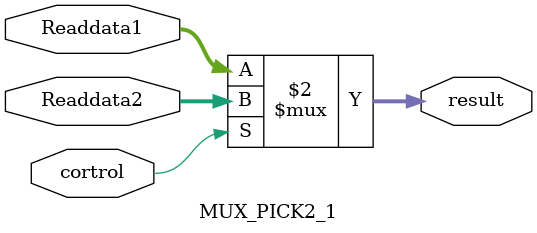
<source format=v>
`timescale 1ns / 1ps


module MUX_PICK2_1(
    input [31:0] Readdata1,
    input [31:0] Readdata2,
    input cortrol,
    output [31:0] result

    );
    assign result = (cortrol==1)?Readdata2:Readdata1;
endmodule

</source>
